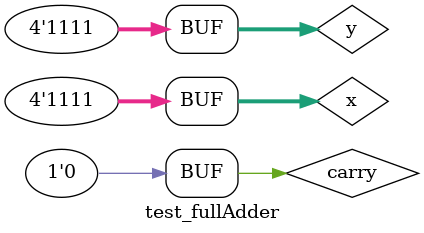
<source format=v>
 `include "FullAdder.v"

module test_fullAdder; 
// ------------------------- definir dados 
	reg [3:0] x; 
	reg [3:0] y; 
	reg carry; 
	wire [3:0] soma;
	
// ------------------------- instância
	fullAdder4bits fa1(soma,x,y, 0);
	
// ------------------------- parte principal 
	initial begin 
		$display("Exemplo0041 - Mateus Guilherme do Carmo Cruz - 427446"); 
		$display("Test ALU's full adder"); 
		x = 4'b0000;
		y = 4'b0000;
		carry = 0;
		$display("\t  \tt\tx + y = soma");
		$monitor("%d %4b + %4b = %4b",$time,x,y,soma);
		#1 y = 4'b0001;
		#1 y = 4'b0010;
		#1 y = 4'b0011;
		#1 y = 4'b0100;
		#1 y = 4'b0101;
		#1 y = 4'b0110;
		#1 y = 4'b0111;
		#1 y = 4'b1000;
		#1 y = 4'b1001;
		#1 y = 4'b1010;
		#1 y = 4'b1011;
		#1 y = 4'b1100;
		#1 y = 4'b1101;
		#1 y = 4'b1110;
		#1 y = 4'b1111;
		
		#1 x = 4'b0001; y = 4'b0000;
		#1 y = 4'b0001;
		#1 y = 4'b0010;
		#1 y = 4'b0011;
		#1 y = 4'b0100;
		#1 y = 4'b0101;
		#1 y = 4'b0110;
		#1 y = 4'b0111;
		#1 y = 4'b1000;
		#1 y = 4'b1001;
		#1 y = 4'b1010;
		#1 y = 4'b1011;
		#1 y = 4'b1100;
		#1 y = 4'b1101;
		#1 y = 4'b1110;
		#1 y = 4'b1111;
		
		#1 x = 4'b0010; y = 4'b0000;
		#1 y = 4'b0001;
		#1 y = 4'b0010;
		#1 y = 4'b0011;
		#1 y = 4'b0100;
		#1 y = 4'b0101;
		#1 y = 4'b0110;
		#1 y = 4'b0111;
		#1 y = 4'b1000;
		#1 y = 4'b1001;
		#1 y = 4'b1010;
		#1 y = 4'b1011;
		#1 y = 4'b1100;
		#1 y = 4'b1101;
		#1 y = 4'b1110;
		#1 y = 4'b1111;
		
		#1 x = 4'b1000; y = 4'b0000;
		#1 y = 4'b0001;
		#1 y = 4'b0010;
		#1 y = 4'b0011;
		#1 y = 4'b0100;
		#1 y = 4'b0101;
		#1 y = 4'b0110;
		#1 y = 4'b0111;
		#1 y = 4'b1000;
		#1 y = 4'b1001;
		#1 y = 4'b1010;
		#1 y = 4'b1011;
		#1 y = 4'b1100;
		#1 y = 4'b1101;
		#1 y = 4'b1110;
		#1 y = 4'b1111;
		
		#1 x = 4'b1101; y = 4'b0000;
		#1 y = 4'b0001;
		#1 y = 4'b0010;
		#1 y = 4'b0011;
		#1 y = 4'b0100;
		#1 y = 4'b0101;
		#1 y = 4'b0110;
		#1 y = 4'b0111;
		#1 y = 4'b1000;
		#1 y = 4'b1001;
		#1 y = 4'b1010;
		#1 y = 4'b1011;
		#1 y = 4'b1100;
		#1 y = 4'b1101;
		#1 y = 4'b1110;
		#1 y = 4'b1111;
		
		#1 x = 4'b1111; y = 4'b0000;
		#1 y = 4'b0001;
		#1 y = 4'b0010;
		#1 y = 4'b0011;
		#1 y = 4'b0100;
		#1 y = 4'b0101;
		#1 y = 4'b0110;
		#1 y = 4'b0111;
		#1 y = 4'b1000;
		#1 y = 4'b1001;
		#1 y = 4'b1010;
		#1 y = 4'b1011;
		#1 y = 4'b1100;
		#1 y = 4'b1101;
		#1 y = 4'b1110;
		#1 y = 4'b1111;
	end 
endmodule // test_fullAdder 
</source>
